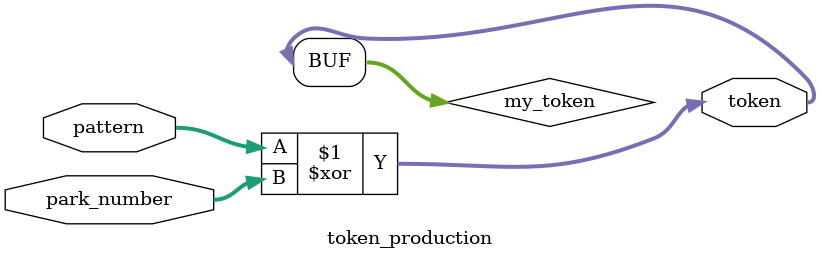
<source format=v>
 /*--  *******************************************************
--  Computer Architecture Course, Laboratory Sources 
--  Amirkabir University of Technology (Tehran Polytechnic)
--  Department of Computer Engineering (CE-AUT)
--  https://ce[dot]aut[dot]ac[dot]ir
--  *******************************************************
--  All Rights reserved (C) 2021-2022
--  *******************************************************
--  Student ID  : 9931067-9931100
--  Student Name: erfaneh khanmohammadi -yasaman godaezi
--  Student Mail: Erfanehhh@gmail.com- yass.godarzi@gmail.com
--  *******************************************************
--  Additional Comments:
--
--*/

/*-----------------------------------------------------------
---  Module Name: token_production 
-----------------------------------------------------------*/
`timescale 1 ns/1 ns
module token_production(
 park_number,
 pattern,
 token);
input [2:0] park_number;
input [2:0] pattern;
output [2:0] token;
wire [2:0] my_token;

assign my_token = (pattern ^ park_number);
assign token = my_token;

endmodule
</source>
